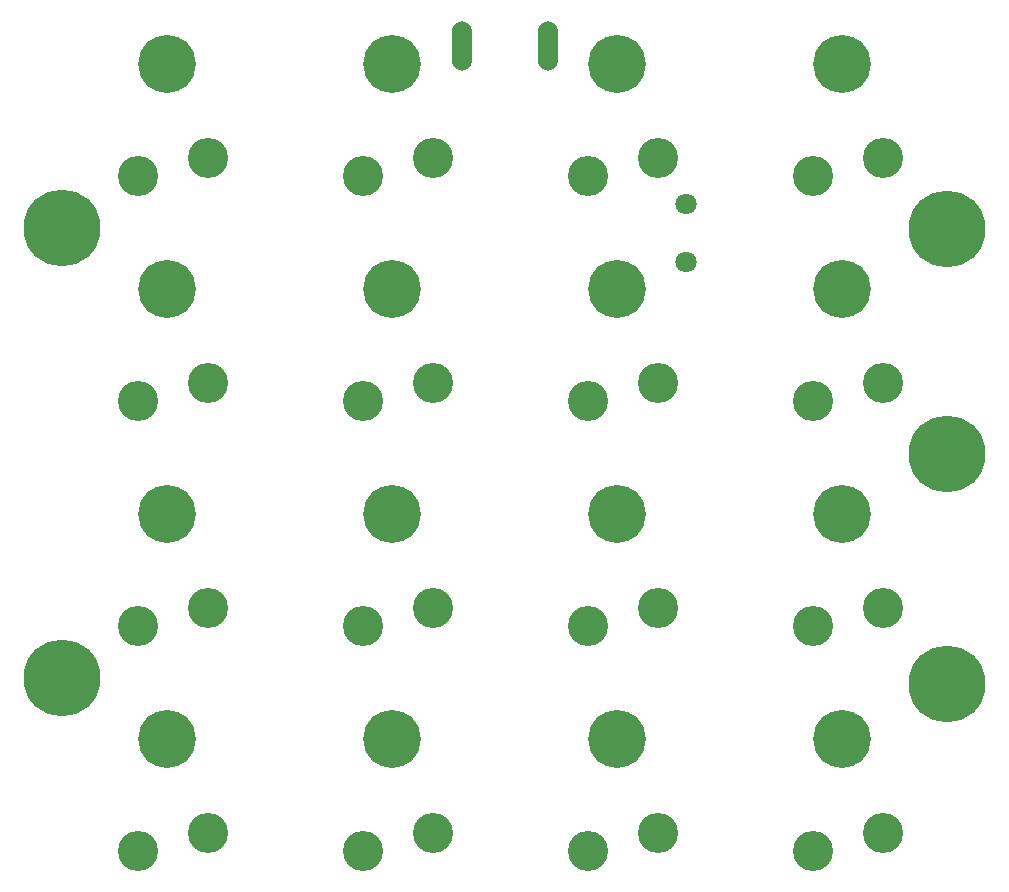
<source format=gbr>
G04 #@! TF.FileFunction,Soldermask,Top*
%FSLAX46Y46*%
G04 Gerber Fmt 4.6, Leading zero omitted, Abs format (unit mm)*
G04 Created by KiCad (PCBNEW 4.0.5) date 02/28/17 13:31:52*
%MOMM*%
%LPD*%
G01*
G04 APERTURE LIST*
%ADD10C,0.100000*%
%ADD11C,1.800000*%
%ADD12O,1.700000X4.200000*%
%ADD13O,3.400000X3.400000*%
%ADD14C,4.900000*%
%ADD15C,6.500000*%
G04 APERTURE END LIST*
D10*
D11*
X91025750Y-50475750D03*
X91025750Y-55375750D03*
D12*
X72043750Y-37053750D03*
X79343750Y-37053750D03*
D13*
X50488750Y-46543750D03*
X44563750Y-48063750D03*
X50488750Y-65593750D03*
X44563750Y-67113750D03*
X50488750Y-84643750D03*
X44563750Y-86163750D03*
X50488750Y-103693750D03*
X44563750Y-105213750D03*
X69538750Y-46543750D03*
X63613750Y-48063750D03*
X69538750Y-65593750D03*
X63613750Y-67113750D03*
X69538750Y-84643750D03*
X63613750Y-86163750D03*
X69538750Y-103693750D03*
X63613750Y-105213750D03*
X88588750Y-46543750D03*
X82663750Y-48063750D03*
X88588750Y-65593750D03*
X82663750Y-67113750D03*
X88588750Y-84643750D03*
X82663750Y-86163750D03*
X88588750Y-103693750D03*
X82663750Y-105213750D03*
X107638750Y-46543750D03*
X101713750Y-48063750D03*
X107638750Y-65593750D03*
X101713750Y-67113750D03*
X107638750Y-84643750D03*
X101713750Y-86163750D03*
X107638750Y-103693750D03*
X101713750Y-105213750D03*
D14*
X104233750Y-95775000D03*
X85183750Y-95775000D03*
X66133750Y-95775000D03*
X47083750Y-95775000D03*
X104233750Y-76730000D03*
X85183750Y-76730000D03*
X66133750Y-76730000D03*
X47083750Y-76730000D03*
X104233750Y-57690000D03*
X85183750Y-57690000D03*
X66133750Y-57690000D03*
X47083750Y-57690000D03*
X104233750Y-38630000D03*
X85183750Y-38630000D03*
X66133750Y-38630000D03*
X47083750Y-38630000D03*
D15*
X38193750Y-52481250D03*
X38193750Y-90581250D03*
X113093750Y-71593750D03*
X113093750Y-52593750D03*
X113093750Y-91093750D03*
M02*

</source>
